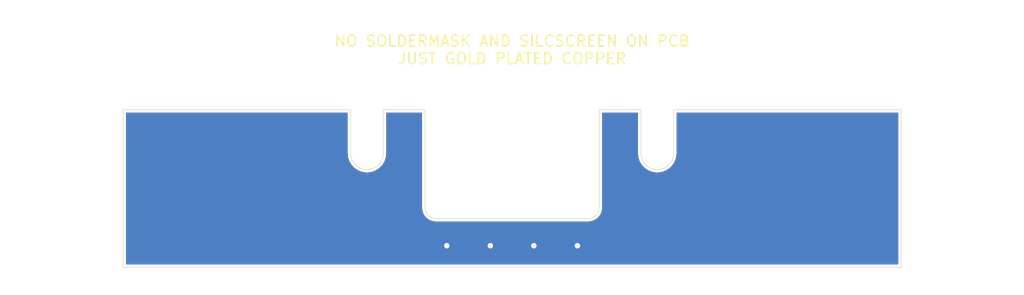
<source format=kicad_pcb>
(kicad_pcb (version 20171130) (host pcbnew "(5.1.6)-1")

  (general
    (thickness 1.6)
    (drawings 25)
    (tracks 0)
    (zones 0)
    (modules 4)
    (nets 2)
  )

  (page A4)
  (layers
    (0 F.Cu signal)
    (31 B.Cu signal)
    (32 B.Adhes user)
    (33 F.Adhes user)
    (34 B.Paste user)
    (35 F.Paste user)
    (36 B.SilkS user)
    (37 F.SilkS user)
    (38 B.Mask user)
    (39 F.Mask user)
    (40 Dwgs.User user)
    (41 Cmts.User user)
    (42 Eco1.User user)
    (43 Eco2.User user)
    (44 Edge.Cuts user)
    (45 Margin user)
    (46 B.CrtYd user)
    (47 F.CrtYd user)
    (48 B.Fab user)
    (49 F.Fab user)
  )

  (setup
    (last_trace_width 0.25)
    (trace_clearance 0.2)
    (zone_clearance 0.25)
    (zone_45_only no)
    (trace_min 0.2)
    (via_size 0.8)
    (via_drill 0.4)
    (via_min_size 0.4)
    (via_min_drill 0.3)
    (uvia_size 0.3)
    (uvia_drill 0.1)
    (uvias_allowed no)
    (uvia_min_size 0.2)
    (uvia_min_drill 0.1)
    (edge_width 0.05)
    (segment_width 0.2)
    (pcb_text_width 0.3)
    (pcb_text_size 1.5 1.5)
    (mod_edge_width 0.12)
    (mod_text_size 1 1)
    (mod_text_width 0.15)
    (pad_size 1.524 1.524)
    (pad_drill 0.762)
    (pad_to_mask_clearance 0.05)
    (aux_axis_origin 100 100)
    (grid_origin 100 100)
    (visible_elements 7FFFFFFF)
    (pcbplotparams
      (layerselection 0x010f0_ffffffff)
      (usegerberextensions false)
      (usegerberattributes true)
      (usegerberadvancedattributes true)
      (creategerberjobfile true)
      (excludeedgelayer true)
      (linewidth 0.100000)
      (plotframeref false)
      (viasonmask false)
      (mode 1)
      (useauxorigin false)
      (hpglpennumber 1)
      (hpglpenspeed 20)
      (hpglpendiameter 15.000000)
      (psnegative false)
      (psa4output false)
      (plotreference true)
      (plotvalue true)
      (plotinvisibletext false)
      (padsonsilk false)
      (subtractmaskfromsilk false)
      (outputformat 1)
      (mirror false)
      (drillshape 0)
      (scaleselection 1)
      (outputdirectory "mfg/"))
  )

  (net 0 "")
  (net 1 GND)

  (net_class Default "This is the default net class."
    (clearance 0.2)
    (trace_width 0.25)
    (via_dia 0.8)
    (via_drill 0.4)
    (uvia_dia 0.3)
    (uvia_drill 0.1)
    (add_net GND)
  )

  (module suku_basics:minipin (layer F.Cu) (tedit 5F3A7827) (tstamp 5F3AEADD)
    (at 106 112.5)
    (descr "Through hole straight pin header, 1x01, 1.00mm pitch, single row")
    (tags "Through hole pin header THT 1x01 1.00mm single row")
    (path /5F3A80BB)
    (fp_text reference J4 (at 0 -2.5) (layer Dwgs.User)
      (effects (font (size 1 1) (thickness 0.15)))
    )
    (fp_text value Conn_01x01 (at 0 2.5) (layer Dwgs.User)
      (effects (font (size 1 1) (thickness 0.15)))
    )
    (pad 1 thru_hole rect (at 0 0) (size 0.85 0.85) (drill 0.5) (layers *.Cu *.Mask)
      (net 1 GND))
  )

  (module suku_basics:minipin (layer F.Cu) (tedit 5F3A7827) (tstamp 5F3AEAD8)
    (at 102 112.5)
    (descr "Through hole straight pin header, 1x01, 1.00mm pitch, single row")
    (tags "Through hole pin header THT 1x01 1.00mm single row")
    (path /5F3A87E3)
    (fp_text reference J3 (at 0 -2.5) (layer Dwgs.User)
      (effects (font (size 1 1) (thickness 0.15)))
    )
    (fp_text value Conn_01x01 (at 0 2.5) (layer Dwgs.User)
      (effects (font (size 1 1) (thickness 0.15)))
    )
    (pad 1 thru_hole rect (at 0 0) (size 0.85 0.85) (drill 0.5) (layers *.Cu *.Mask)
      (net 1 GND))
  )

  (module suku_basics:minipin (layer F.Cu) (tedit 5F3A7827) (tstamp 5F3AEAD3)
    (at 98 112.5)
    (descr "Through hole straight pin header, 1x01, 1.00mm pitch, single row")
    (tags "Through hole pin header THT 1x01 1.00mm single row")
    (path /5F3A892A)
    (fp_text reference J2 (at 0 -2.5) (layer Dwgs.User)
      (effects (font (size 1 1) (thickness 0.15)))
    )
    (fp_text value Conn_01x01 (at 0 2.5) (layer Dwgs.User)
      (effects (font (size 1 1) (thickness 0.15)))
    )
    (pad 1 thru_hole rect (at 0 0) (size 0.85 0.85) (drill 0.5) (layers *.Cu *.Mask)
      (net 1 GND))
  )

  (module suku_basics:minipin (layer F.Cu) (tedit 5F3A7827) (tstamp 5F3AEACE)
    (at 94 112.5)
    (descr "Through hole straight pin header, 1x01, 1.00mm pitch, single row")
    (tags "Through hole pin header THT 1x01 1.00mm single row")
    (path /5F3A8A88)
    (fp_text reference J1 (at 0 -2.5) (layer Dwgs.User)
      (effects (font (size 1 1) (thickness 0.15)))
    )
    (fp_text value Conn_01x01 (at 0 2.5) (layer Dwgs.User)
      (effects (font (size 1 1) (thickness 0.15)))
    )
    (pad 1 thru_hole rect (at 0 0) (size 0.85 0.85) (drill 0.5) (layers *.Cu *.Mask)
      (net 1 GND))
  )

  (gr_text "NO SOLDERMASK AND SILCSCREEN ON PCB\nJUST GOLD PLATED COPPER" (at 100 94.5) (layer F.SilkS)
    (effects (font (size 1 1) (thickness 0.15)))
  )
  (gr_line (start 135.75 114.5) (end 135.75 100) (layer Edge.Cuts) (width 0.05))
  (gr_line (start 64.25 114.5) (end 135.75 114.5) (layer Edge.Cuts) (width 0.05))
  (gr_line (start 64.25 100) (end 64.25 114.5) (layer Edge.Cuts) (width 0.05))
  (gr_poly (pts (xy 147 117) (xy 53 117) (xy 53 98) (xy 147 98)) (layer B.Mask) (width 0.1))
  (gr_poly (pts (xy 147 117) (xy 53 117) (xy 53 98) (xy 147 98)) (layer F.Mask) (width 0.1))
  (gr_arc (start 107 109) (end 107 110) (angle -90) (layer Edge.Cuts) (width 0.05))
  (gr_arc (start 93 109) (end 92 109) (angle -90) (layer Edge.Cuts) (width 0.05))
  (gr_line (start 114.835 104) (end 114.835 100) (layer Edge.Cuts) (width 0.05) (tstamp 5F3A727C))
  (gr_line (start 111.835 104) (end 111.835 100) (layer Edge.Cuts) (width 0.05) (tstamp 5F3A727A))
  (gr_line (start 88.165 104) (end 88.165 100) (layer Edge.Cuts) (width 0.05) (tstamp 5F3A8293))
  (gr_line (start 85.165 104) (end 85.165 100) (layer Edge.Cuts) (width 0.05) (tstamp 5F3A7275))
  (gr_line (start 108 100) (end 111.835 100) (layer Edge.Cuts) (width 0.05) (tstamp 5F3A7232))
  (gr_line (start 108 109) (end 108 100) (layer Edge.Cuts) (width 0.05))
  (gr_line (start 93 110) (end 107 110) (layer Edge.Cuts) (width 0.05))
  (gr_line (start 92 100) (end 92 109) (layer Edge.Cuts) (width 0.05))
  (gr_line (start 88.165 100) (end 92 100) (layer Edge.Cuts) (width 0.05))
  (gr_line (start 114.835 100) (end 135.75 100) (layer Edge.Cuts) (width 0.05) (tstamp 5F3A71EA))
  (gr_line (start 64.25 100) (end 85.165 100) (layer Edge.Cuts) (width 0.05) (tstamp 5F3A71EA))
  (gr_arc (start 113.335 104) (end 111.835 104) (angle -180) (layer Edge.Cuts) (width 0.05) (tstamp 5F3A7149))
  (gr_arc (start 86.665 104) (end 85.165 104) (angle -180) (layer Edge.Cuts) (width 0.05))
  (gr_line (start 113.335 100) (end 113.335 95) (layer Dwgs.User) (width 0.15) (tstamp 5F3A7343))
  (gr_line (start 86.665 100) (end 86.665 95) (layer Dwgs.User) (width 0.15) (tstamp 5F3A7336))
  (gr_line (start 126.67 100) (end 126.67 90) (layer Dwgs.User) (width 0.15) (tstamp 5F3A733D))
  (gr_line (start 73.33 100) (end 73.33 90) (layer Dwgs.User) (width 0.15) (tstamp 5F3A7333))

  (zone (net 1) (net_name GND) (layer F.Cu) (tstamp 5F3A8800) (hatch edge 0.508)
    (connect_pads yes (clearance 0.25))
    (min_thickness 0.125)
    (fill yes (arc_segments 32) (thermal_gap 0.5) (thermal_bridge_width 0.5))
    (polygon
      (pts
        (xy 146 116) (xy 54 116) (xy 54 99) (xy 146 99)
      )
    )
    (filled_polygon
      (pts
        (xy 84.8275 104.01658) (xy 84.827615 104.017751) (xy 84.827654 104.023296) (xy 84.829257 104.038548) (xy 84.829257 104.053878)
        (xy 84.829749 104.058564) (xy 84.862382 104.349489) (xy 84.868745 104.379421) (xy 84.874684 104.409416) (xy 84.876077 104.413918)
        (xy 84.964595 104.692962) (xy 84.976628 104.721037) (xy 84.988302 104.74936) (xy 84.990544 104.753505) (xy 85.131576 105.010043)
        (xy 85.148866 105.035294) (xy 85.165787 105.060761) (xy 85.16879 105.064392) (xy 85.356965 105.28865) (xy 85.378828 105.310059)
        (xy 85.400375 105.331757) (xy 85.404026 105.334736) (xy 85.632176 105.518173) (xy 85.657759 105.534914) (xy 85.683131 105.552027)
        (xy 85.687292 105.554239) (xy 85.946727 105.689869) (xy 85.975075 105.701323) (xy 86.003289 105.713182) (xy 86.0078 105.714545)
        (xy 86.288638 105.7972) (xy 86.318701 105.802935) (xy 86.348651 105.809082) (xy 86.35334 105.809542) (xy 86.644884 105.836074)
        (xy 86.675472 105.83586) (xy 86.70606 105.836074) (xy 86.71075 105.835614) (xy 86.710752 105.835614) (xy 87.001895 105.805014)
        (xy 87.03185 105.798865) (xy 87.061907 105.793131) (xy 87.066418 105.791769) (xy 87.346074 105.705201) (xy 87.374259 105.693353)
        (xy 87.402636 105.681888) (xy 87.406797 105.679676) (xy 87.664313 105.540437) (xy 87.689688 105.523321) (xy 87.715268 105.506582)
        (xy 87.718914 105.503608) (xy 87.71892 105.503604) (xy 87.718925 105.503599) (xy 87.944487 105.316999) (xy 87.966019 105.295316)
        (xy 87.987896 105.273892) (xy 87.9909 105.270261) (xy 88.175926 105.043397) (xy 88.192855 105.017916) (xy 88.210135 104.992679)
        (xy 88.212377 104.988534) (xy 88.349814 104.730053) (xy 88.361461 104.701796) (xy 88.373521 104.673656) (xy 88.374914 104.669155)
        (xy 88.459528 104.3889) (xy 88.465464 104.358922) (xy 88.47183 104.328972) (xy 88.472322 104.324286) (xy 88.500889 104.032934)
        (xy 88.5025 104.016581) (xy 88.5025 100.3375) (xy 91.6625 100.3375) (xy 91.662501 109.016581) (xy 91.663956 109.031359)
        (xy 91.663913 109.037571) (xy 91.664373 109.04226) (xy 91.684774 109.236357) (xy 91.690927 109.266331) (xy 91.696657 109.296368)
        (xy 91.698018 109.300879) (xy 91.75573 109.487317) (xy 91.767577 109.515499) (xy 91.779043 109.543878) (xy 91.781255 109.548039)
        (xy 91.87408 109.719715) (xy 91.891186 109.745075) (xy 91.907936 109.770672) (xy 91.910914 109.774324) (xy 92.035318 109.924702)
        (xy 92.057001 109.946234) (xy 92.078425 109.968111) (xy 92.082056 109.971115) (xy 92.233298 110.094465) (xy 92.258787 110.111399)
        (xy 92.284017 110.128675) (xy 92.288162 110.130916) (xy 92.460484 110.222541) (xy 92.488729 110.234183) (xy 92.516881 110.246248)
        (xy 92.521382 110.247641) (xy 92.708218 110.30405) (xy 92.738181 110.309983) (xy 92.768145 110.316352) (xy 92.772831 110.316844)
        (xy 92.966208 110.335805) (xy 92.983419 110.3375) (xy 107.016581 110.3375) (xy 107.031368 110.336044) (xy 107.037571 110.336087)
        (xy 107.04226 110.335627) (xy 107.236357 110.315226) (xy 107.266331 110.309073) (xy 107.296368 110.303343) (xy 107.300879 110.301982)
        (xy 107.487317 110.24427) (xy 107.515499 110.232423) (xy 107.543878 110.220957) (xy 107.548039 110.218745) (xy 107.719715 110.12592)
        (xy 107.745075 110.108814) (xy 107.770672 110.092064) (xy 107.774324 110.089086) (xy 107.924702 109.964682) (xy 107.946234 109.942999)
        (xy 107.968111 109.921575) (xy 107.971115 109.917944) (xy 108.094465 109.766702) (xy 108.111399 109.741213) (xy 108.128675 109.715983)
        (xy 108.130916 109.711838) (xy 108.222541 109.539516) (xy 108.234183 109.511271) (xy 108.246248 109.483119) (xy 108.247641 109.478618)
        (xy 108.30405 109.291782) (xy 108.309983 109.261819) (xy 108.316352 109.231855) (xy 108.316844 109.227169) (xy 108.335889 109.032935)
        (xy 108.3375 109.016581) (xy 108.3375 100.3375) (xy 111.497501 100.3375) (xy 111.4975 104.01658) (xy 111.497615 104.017751)
        (xy 111.497654 104.023296) (xy 111.499257 104.038548) (xy 111.499257 104.053878) (xy 111.499749 104.058564) (xy 111.532382 104.349489)
        (xy 111.538745 104.379421) (xy 111.544684 104.409416) (xy 111.546077 104.413918) (xy 111.634595 104.692962) (xy 111.646628 104.721037)
        (xy 111.658302 104.74936) (xy 111.660544 104.753505) (xy 111.801576 105.010043) (xy 111.818866 105.035294) (xy 111.835787 105.060761)
        (xy 111.83879 105.064392) (xy 112.026965 105.28865) (xy 112.048828 105.310059) (xy 112.070375 105.331757) (xy 112.074026 105.334736)
        (xy 112.302176 105.518173) (xy 112.327759 105.534914) (xy 112.353131 105.552027) (xy 112.357292 105.554239) (xy 112.616727 105.689869)
        (xy 112.645075 105.701323) (xy 112.673289 105.713182) (xy 112.6778 105.714545) (xy 112.958638 105.7972) (xy 112.988701 105.802935)
        (xy 113.018651 105.809082) (xy 113.02334 105.809542) (xy 113.314884 105.836074) (xy 113.345472 105.83586) (xy 113.37606 105.836074)
        (xy 113.38075 105.835614) (xy 113.380752 105.835614) (xy 113.671895 105.805014) (xy 113.70185 105.798865) (xy 113.731907 105.793131)
        (xy 113.736418 105.791769) (xy 114.016074 105.705201) (xy 114.044259 105.693353) (xy 114.072636 105.681888) (xy 114.076797 105.679676)
        (xy 114.334313 105.540437) (xy 114.359688 105.523321) (xy 114.385268 105.506582) (xy 114.388914 105.503608) (xy 114.38892 105.503604)
        (xy 114.388925 105.503599) (xy 114.614487 105.316999) (xy 114.636019 105.295316) (xy 114.657896 105.273892) (xy 114.6609 105.270261)
        (xy 114.845926 105.043397) (xy 114.862855 105.017916) (xy 114.880135 104.992679) (xy 114.882377 104.988534) (xy 115.019814 104.730053)
        (xy 115.031461 104.701796) (xy 115.043521 104.673656) (xy 115.044914 104.669155) (xy 115.129528 104.3889) (xy 115.135464 104.358922)
        (xy 115.14183 104.328972) (xy 115.142322 104.324286) (xy 115.170889 104.032934) (xy 115.1725 104.016581) (xy 115.1725 100.3375)
        (xy 135.412501 100.3375) (xy 135.4125 114.1625) (xy 64.5875 114.1625) (xy 64.5875 100.3375) (xy 84.827501 100.3375)
      )
    )
  )
  (zone (net 1) (net_name GND) (layer B.Cu) (tstamp 5F3A87FD) (hatch edge 0.508)
    (connect_pads yes (clearance 0.25))
    (min_thickness 0.125)
    (fill yes (arc_segments 32) (thermal_gap 0.5) (thermal_bridge_width 0.5))
    (polygon
      (pts
        (xy 146 116) (xy 54 116) (xy 54 99) (xy 146 99)
      )
    )
    (filled_polygon
      (pts
        (xy 84.8275 104.01658) (xy 84.827615 104.017751) (xy 84.827654 104.023296) (xy 84.829257 104.038548) (xy 84.829257 104.053878)
        (xy 84.829749 104.058564) (xy 84.862382 104.349489) (xy 84.868745 104.379421) (xy 84.874684 104.409416) (xy 84.876077 104.413918)
        (xy 84.964595 104.692962) (xy 84.976628 104.721037) (xy 84.988302 104.74936) (xy 84.990544 104.753505) (xy 85.131576 105.010043)
        (xy 85.148866 105.035294) (xy 85.165787 105.060761) (xy 85.16879 105.064392) (xy 85.356965 105.28865) (xy 85.378828 105.310059)
        (xy 85.400375 105.331757) (xy 85.404026 105.334736) (xy 85.632176 105.518173) (xy 85.657759 105.534914) (xy 85.683131 105.552027)
        (xy 85.687292 105.554239) (xy 85.946727 105.689869) (xy 85.975075 105.701323) (xy 86.003289 105.713182) (xy 86.0078 105.714545)
        (xy 86.288638 105.7972) (xy 86.318701 105.802935) (xy 86.348651 105.809082) (xy 86.35334 105.809542) (xy 86.644884 105.836074)
        (xy 86.675472 105.83586) (xy 86.70606 105.836074) (xy 86.71075 105.835614) (xy 86.710752 105.835614) (xy 87.001895 105.805014)
        (xy 87.03185 105.798865) (xy 87.061907 105.793131) (xy 87.066418 105.791769) (xy 87.346074 105.705201) (xy 87.374259 105.693353)
        (xy 87.402636 105.681888) (xy 87.406797 105.679676) (xy 87.664313 105.540437) (xy 87.689688 105.523321) (xy 87.715268 105.506582)
        (xy 87.718914 105.503608) (xy 87.71892 105.503604) (xy 87.718925 105.503599) (xy 87.944487 105.316999) (xy 87.966019 105.295316)
        (xy 87.987896 105.273892) (xy 87.9909 105.270261) (xy 88.175926 105.043397) (xy 88.192855 105.017916) (xy 88.210135 104.992679)
        (xy 88.212377 104.988534) (xy 88.349814 104.730053) (xy 88.361461 104.701796) (xy 88.373521 104.673656) (xy 88.374914 104.669155)
        (xy 88.459528 104.3889) (xy 88.465464 104.358922) (xy 88.47183 104.328972) (xy 88.472322 104.324286) (xy 88.500889 104.032934)
        (xy 88.5025 104.016581) (xy 88.5025 100.3375) (xy 91.6625 100.3375) (xy 91.662501 109.016581) (xy 91.663956 109.031359)
        (xy 91.663913 109.037571) (xy 91.664373 109.04226) (xy 91.684774 109.236357) (xy 91.690927 109.266331) (xy 91.696657 109.296368)
        (xy 91.698018 109.300879) (xy 91.75573 109.487317) (xy 91.767577 109.515499) (xy 91.779043 109.543878) (xy 91.781255 109.548039)
        (xy 91.87408 109.719715) (xy 91.891186 109.745075) (xy 91.907936 109.770672) (xy 91.910914 109.774324) (xy 92.035318 109.924702)
        (xy 92.057001 109.946234) (xy 92.078425 109.968111) (xy 92.082056 109.971115) (xy 92.233298 110.094465) (xy 92.258787 110.111399)
        (xy 92.284017 110.128675) (xy 92.288162 110.130916) (xy 92.460484 110.222541) (xy 92.488729 110.234183) (xy 92.516881 110.246248)
        (xy 92.521382 110.247641) (xy 92.708218 110.30405) (xy 92.738181 110.309983) (xy 92.768145 110.316352) (xy 92.772831 110.316844)
        (xy 92.966208 110.335805) (xy 92.983419 110.3375) (xy 107.016581 110.3375) (xy 107.031368 110.336044) (xy 107.037571 110.336087)
        (xy 107.04226 110.335627) (xy 107.236357 110.315226) (xy 107.266331 110.309073) (xy 107.296368 110.303343) (xy 107.300879 110.301982)
        (xy 107.487317 110.24427) (xy 107.515499 110.232423) (xy 107.543878 110.220957) (xy 107.548039 110.218745) (xy 107.719715 110.12592)
        (xy 107.745075 110.108814) (xy 107.770672 110.092064) (xy 107.774324 110.089086) (xy 107.924702 109.964682) (xy 107.946234 109.942999)
        (xy 107.968111 109.921575) (xy 107.971115 109.917944) (xy 108.094465 109.766702) (xy 108.111399 109.741213) (xy 108.128675 109.715983)
        (xy 108.130916 109.711838) (xy 108.222541 109.539516) (xy 108.234183 109.511271) (xy 108.246248 109.483119) (xy 108.247641 109.478618)
        (xy 108.30405 109.291782) (xy 108.309983 109.261819) (xy 108.316352 109.231855) (xy 108.316844 109.227169) (xy 108.335889 109.032935)
        (xy 108.3375 109.016581) (xy 108.3375 100.3375) (xy 111.497501 100.3375) (xy 111.4975 104.01658) (xy 111.497615 104.017751)
        (xy 111.497654 104.023296) (xy 111.499257 104.038548) (xy 111.499257 104.053878) (xy 111.499749 104.058564) (xy 111.532382 104.349489)
        (xy 111.538745 104.379421) (xy 111.544684 104.409416) (xy 111.546077 104.413918) (xy 111.634595 104.692962) (xy 111.646628 104.721037)
        (xy 111.658302 104.74936) (xy 111.660544 104.753505) (xy 111.801576 105.010043) (xy 111.818866 105.035294) (xy 111.835787 105.060761)
        (xy 111.83879 105.064392) (xy 112.026965 105.28865) (xy 112.048828 105.310059) (xy 112.070375 105.331757) (xy 112.074026 105.334736)
        (xy 112.302176 105.518173) (xy 112.327759 105.534914) (xy 112.353131 105.552027) (xy 112.357292 105.554239) (xy 112.616727 105.689869)
        (xy 112.645075 105.701323) (xy 112.673289 105.713182) (xy 112.6778 105.714545) (xy 112.958638 105.7972) (xy 112.988701 105.802935)
        (xy 113.018651 105.809082) (xy 113.02334 105.809542) (xy 113.314884 105.836074) (xy 113.345472 105.83586) (xy 113.37606 105.836074)
        (xy 113.38075 105.835614) (xy 113.380752 105.835614) (xy 113.671895 105.805014) (xy 113.70185 105.798865) (xy 113.731907 105.793131)
        (xy 113.736418 105.791769) (xy 114.016074 105.705201) (xy 114.044259 105.693353) (xy 114.072636 105.681888) (xy 114.076797 105.679676)
        (xy 114.334313 105.540437) (xy 114.359688 105.523321) (xy 114.385268 105.506582) (xy 114.388914 105.503608) (xy 114.38892 105.503604)
        (xy 114.388925 105.503599) (xy 114.614487 105.316999) (xy 114.636019 105.295316) (xy 114.657896 105.273892) (xy 114.6609 105.270261)
        (xy 114.845926 105.043397) (xy 114.862855 105.017916) (xy 114.880135 104.992679) (xy 114.882377 104.988534) (xy 115.019814 104.730053)
        (xy 115.031461 104.701796) (xy 115.043521 104.673656) (xy 115.044914 104.669155) (xy 115.129528 104.3889) (xy 115.135464 104.358922)
        (xy 115.14183 104.328972) (xy 115.142322 104.324286) (xy 115.170889 104.032934) (xy 115.1725 104.016581) (xy 115.1725 100.3375)
        (xy 135.412501 100.3375) (xy 135.4125 114.1625) (xy 64.5875 114.1625) (xy 64.5875 100.3375) (xy 84.827501 100.3375)
      )
    )
  )
)

</source>
